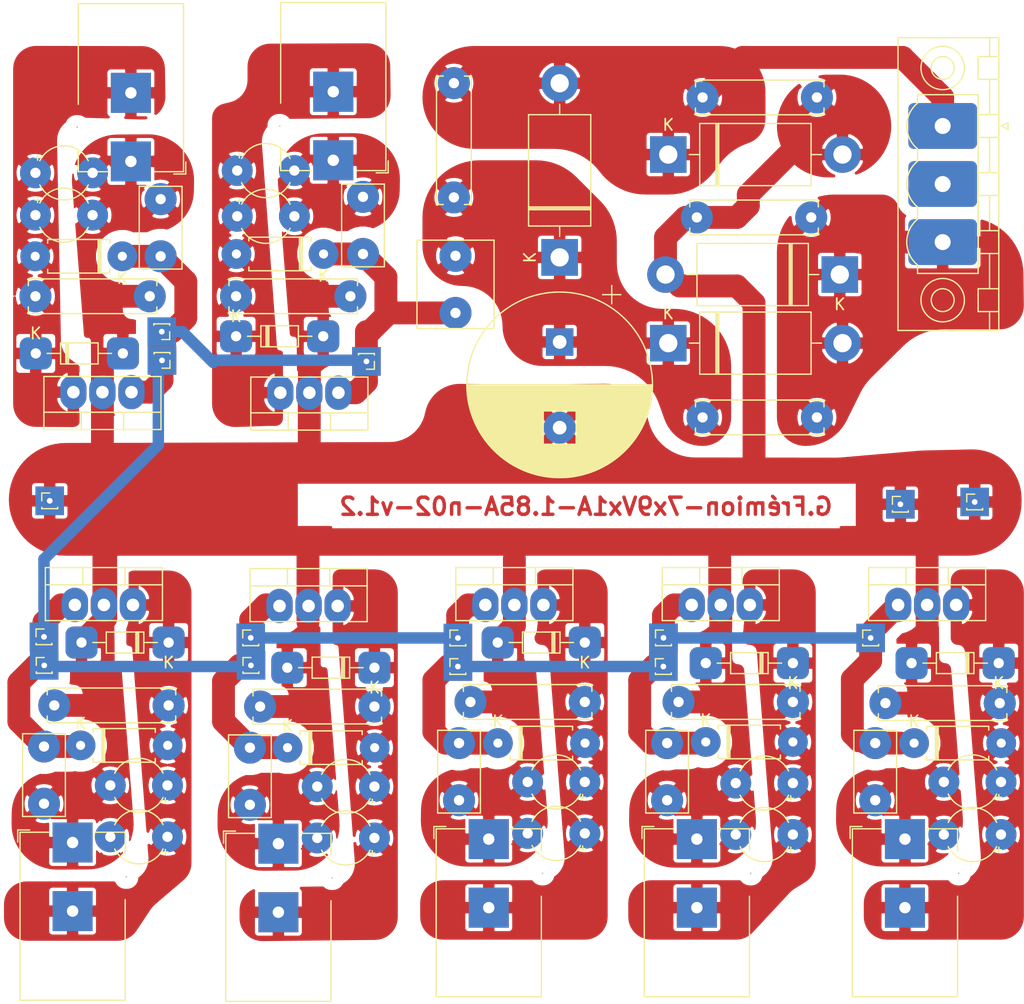
<source format=kicad_pcb>
(kicad_pcb (version 20171130) (host pcbnew 5.99.0+really5.1.12+dfsg1-1)
  (layers (0 F.Cu signal) (31 B.Cu signal) (34 B.Paste user hide) (35 F.Paste user hide) (36 B.SilkS user hide) (37 F.SilkS user hide) (38 B.Mask user hide) (39 F.Mask user hide) (44 Edge.Cuts user hide))
  (net 0 "")
  (net 1 "Net-(C1-Pad1)")
  (net 2 GND)
  (net 3 "Net-(C2-Pad1)")
  (net 4 "Net-(C25-Pad1)")
  (net 5 "Net-(C26-Pad1)")
  (net 6 "Net-(C27-Pad1)")
  (net 7 "Net-(C10-Pad1)")
  (net 8 "Net-(C12-Pad1)")
  (net 9 "Net-(C14-Pad1)")
  (net 10 "Net-(C34-Pad1)")
  (net 11 "Net-(C35-Pad2)")
  (net 12 "Net-(C36-Pad2)")
  (net 13 "Net-(J11-Pad2)")
  (module Connector_PinHeader_1.00mm:PinHeader_1x01_P1.00mm_Vertical (layer F.Cu) (at 81.6 91.2)
    (fp_text reference REF** hide)
    (fp_text value PinHeader_1x01_P1.00mm_Vertical hide)
    (pad 1 thru_hole rect (at 0 0) (size 2.5 2.5) (drill 0.5) (layers *.Cu *.Mask) (net 2 GND))
  )
  (module Capacitor_THT:CP_Radial_Tantal_D4.5mm_P5.00mm (layer F.Cu) (at 128.4 115.8 180)
    (fp_text reference C13 hide)
    (fp_text value 33µF)
    (pad 2 thru_hole circle (at 5 0 180) (size 2.7 2.7) (drill 0.9) (layers *.Cu *.Mask) (net 2 GND))
    (pad 1 thru_hole circle (at 0 0 180) (size 2.7 2.7) (drill 0.9) (layers *.Cu *.Mask) (net 8 "Net-(C12-Pad1)"))
  )
  (module Capacitor_THT:CP_Radial_Tantal_D4.5mm_P5.00mm (layer F.Cu) (at 146.6 115.9 180)
    (fp_text reference C30 hide)
    (fp_text value 33µF)
    (pad 2 thru_hole circle (at 5 0 180) (size 2.7 2.7) (drill 0.9) (layers *.Cu *.Mask) (net 2 GND))
    (pad 1 thru_hole circle (at 0 0 180) (size 2.7 2.7) (drill 0.9) (layers *.Cu *.Mask) (net 9 "Net-(C14-Pad1)"))
  )
  (module Diode_THT:D_DO-34_SOD68_P7.62mm_Horizontal (layer F.Cu) (at 164.6 105.4 180)
    (fp_text reference D9 hide)
    (fp_text value SA10A)
    (fp_text user K (at 0 -1.75) (layer F.SilkS))
    (pad 1 thru_hole roundrect (at 0 0 180) (size 2.8 2.8) (drill 0.9) (layers *.Cu *.Mask) (net 3 "Net-(C2-Pad1)"))
    (pad 2 thru_hole roundrect (at 7.62 0 180) (size 2.8 2.8) (drill 0.9) (layers *.Cu *.Mask) (net 2 GND))
  )
  (module Diode_THT:D_DO-34_SOD68_P7.62mm_Horizontal (layer F.Cu) (at 128.4 103.6 180)
    (fp_text reference D8 hide)
    (fp_text value D_DO-34_SOD68_P7.62mm_Horizontal hide)
    (fp_text user K (at 0 -1.75) (layer F.SilkS))
    (pad 1 thru_hole roundrect (at 0 0 180) (size 2.8 2.8) (drill 0.9) (layers *.Cu *.Mask) (net 8 "Net-(C12-Pad1)"))
    (pad 2 thru_hole roundrect (at 7.62 0 180) (size 2.8 2.8) (drill 0.9) (layers *.Cu *.Mask) (net 2 GND))
  )
  (module Diode_THT:D_DO-34_SOD68_P7.62mm_Horizontal (layer F.Cu) (at 146.6 105.4 180)
    (fp_text reference D10 hide)
    (fp_text value D_DO-34_SOD68_P7.62mm_Horizontal hide)
    (fp_text user K (at 0 -1.75) (layer F.SilkS))
    (pad 1 thru_hole roundrect (at 0 0 180) (size 2.8 2.8) (drill 0.9) (layers *.Cu *.Mask) (net 9 "Net-(C14-Pad1)"))
    (pad 2 thru_hole roundrect (at 7.62 0 180) (size 2.8 2.8) (drill 0.9) (layers *.Cu *.Mask) (net 2 GND))
  )
  (module Diode_THT:D_DO-34_SOD68_P7.62mm_Horizontal (layer F.Cu) (at 110 105.8 180)
    (fp_text reference D13 hide)
    (fp_text value D_DO-34_SOD68_P7.62mm_Horizontal hide)
    (fp_text user K (at 0 -1.75) (layer F.SilkS))
    (pad 1 thru_hole roundrect (at 0 0 180) (size 2.8 2.8) (drill 0.9) (layers *.Cu *.Mask) (net 7 "Net-(C10-Pad1)"))
    (pad 2 thru_hole roundrect (at 7.62 0 180) (size 2.8 2.8) (drill 0.9) (layers *.Cu *.Mask) (net 2 GND))
  )
  (module Diode_THT:D_DO-34_SOD68_P7.62mm_Horizontal (layer F.Cu) (at 92 103.6 180)
    (fp_text reference D12 hide)
    (fp_text value D_DO-34_SOD68_P7.62mm_Horizontal hide)
    (fp_text user K (at 0 -1.75) (layer F.SilkS))
    (pad 1 thru_hole roundrect (at 0 0 180) (size 2.8 2.8) (drill 0.9) (layers *.Cu *.Mask) (net 5 "Net-(C26-Pad1)"))
    (pad 2 thru_hole roundrect (at 7.62 0 180) (size 2.8 2.8) (drill 0.9) (layers *.Cu *.Mask) (net 2 GND))
  )
  (module Diode_THT:D_DO-34_SOD68_P7.62mm_Horizontal (layer F.Cu) (at 80.38 78.3)
    (fp_text reference D11 hide)
    (fp_text value D_DO-34_SOD68_P7.62mm_Horizontal hide)
    (fp_text user K (at 0 -1.75) (layer F.SilkS))
    (pad 1 thru_hole roundrect (at 0 0) (size 2.8 2.8) (drill 0.9) (layers *.Cu *.Mask) (net 4 "Net-(C25-Pad1)"))
    (pad 2 thru_hole roundrect (at 7.62 0) (size 2.8 2.8) (drill 0.9) (layers *.Cu *.Mask) (net 2 GND))
  )
  (module Diode_THT:D_DO-34_SOD68_P7.62mm_Horizontal (layer F.Cu) (at 97.9 76.8)
    (fp_text reference D18 hide)
    (fp_text value D_DO-34_SOD68_P7.62mm_Horizontal hide)
    (fp_text user K (at 0 -1.75) (layer F.SilkS))
    (pad 2 thru_hole roundrect (at 7.62 0) (size 2.8 2.8) (drill 0.9) (layers *.Cu *.Mask) (net 2 GND))
    (pad 1 thru_hole roundrect (at 0 0) (size 2.8 2.8) (drill 0.9) (layers *.Cu *.Mask) (net 6 "Net-(C27-Pad1)"))
  )
  (module Connector_PinHeader_1.00mm:PinHeader_1x01_P1.00mm_Vertical (layer F.Cu) (at 81.1 103.1)
    (fp_text reference REF** hide)
    (fp_text value PinHeader_1x01_P1.00mm_Vertical hide)
    (pad 1 thru_hole rect (at 0 0) (size 2.5 2.5) (drill 0.5) (layers *.Cu *.Mask) (net 1 "Net-(C1-Pad1)"))
  )
  (module Connector_PinHeader_1.00mm:PinHeader_1x01_P1.00mm_Vertical (layer F.Cu) (at 91.42 78.91 180)
    (fp_text reference REF** hide)
    (fp_text value PinHeader_1x01_P1.00mm_Vertical hide)
    (pad 1 thru_hole rect (at 0 0 180) (size 2.5 2.5) (drill 0.5) (layers *.Cu *.Mask) (net 1 "Net-(C1-Pad1)"))
  )
  (module Connector_PinHeader_1.00mm:PinHeader_1x01_P1.00mm_Vertical (layer F.Cu) (at 91.4 76.4 180)
    (fp_text reference REF** hide)
    (fp_text value PinHeader_1x01_P1.00mm_Vertical hide)
    (pad 1 thru_hole rect (at 0 0 180) (size 2.5 2.5) (drill 0.5) (layers *.Cu *.Mask) (net 1 "Net-(C1-Pad1)"))
  )
  (module Connector_PinHeader_1.00mm:PinHeader_1x01_P1.00mm_Vertical (layer F.Cu) (at 81.12 105.6)
    (fp_text reference REF** hide)
    (fp_text value PinHeader_1x01_P1.00mm_Vertical hide)
    (pad 1 thru_hole rect (at 0 0) (size 2.5 2.5) (drill 0.5) (layers *.Cu *.Mask) (net 1 "Net-(C1-Pad1)"))
  )
  (module Connector_PinHeader_1.00mm:PinHeader_1x01_P1.00mm_Vertical (layer F.Cu) (at 153.4 103.2)
    (fp_text reference REF** hide)
    (fp_text value PinHeader_1x01_P1.00mm_Vertical hide)
    (pad 1 thru_hole rect (at 0 0) (size 2.5 2.5) (drill 0.5) (layers *.Cu *.Mask) (net 1 "Net-(C1-Pad1)"))
  )
  (module Connector_PinHeader_1.00mm:PinHeader_1x01_P1.00mm_Vertical (layer F.Cu) (at 135.27 105.7)
    (fp_text reference REF** hide)
    (fp_text value PinHeader_1x01_P1.00mm_Vertical hide)
    (pad 1 thru_hole rect (at 0 0) (size 2.5 2.5) (drill 0.5) (layers *.Cu *.Mask) (net 1 "Net-(C1-Pad1)"))
  )
  (module Connector_PinHeader_1.00mm:PinHeader_1x01_P1.00mm_Vertical (layer F.Cu) (at 117.3 105.7)
    (fp_text reference REF** hide)
    (fp_text value PinHeader_1x01_P1.00mm_Vertical hide)
    (pad 1 thru_hole rect (at 0 0) (size 2.5 2.5) (drill 0.5) (layers *.Cu *.Mask) (net 1 "Net-(C1-Pad1)"))
  )
  (module Connector_PinHeader_1.00mm:PinHeader_1x01_P1.00mm_Vertical (layer F.Cu) (at 99.2 105.6)
    (fp_text reference REF** hide)
    (fp_text value PinHeader_1x01_P1.00mm_Vertical hide)
    (pad 1 thru_hole rect (at 0 0) (size 2.5 2.5) (drill 0.5) (layers *.Cu *.Mask) (net 1 "Net-(C1-Pad1)"))
  )
  (module Connector_PinHeader_1.00mm:PinHeader_1x01_P1.00mm_Vertical (layer F.Cu) (at 109.3 79 180)
    (fp_text reference REF** hide)
    (fp_text value PinHeader_1x01_P1.00mm_Vertical hide)
    (pad 1 thru_hole rect (at 0 0 180) (size 2.5 2.5) (drill 0.5) (layers *.Cu *.Mask) (net 1 "Net-(C1-Pad1)"))
  )
  (module Connector_PinHeader_1.00mm:PinHeader_1x01_P1.00mm_Vertical (layer F.Cu) (at 99.18 103.19)
    (fp_text reference REF** hide)
    (fp_text value PinHeader_1x01_P1.00mm_Vertical hide)
    (pad 1 thru_hole rect (at 0 0) (size 2.5 2.5) (drill 0.5) (layers *.Cu *.Mask) (net 1 "Net-(C1-Pad1)"))
  )
  (module Connector_PinHeader_1.00mm:PinHeader_1x01_P1.00mm_Vertical (layer F.Cu) (at 117.3 103.2)
    (fp_text reference REF** hide)
    (fp_text value PinHeader_1x01_P1.00mm_Vertical hide)
    (pad 1 thru_hole rect (at 0 0) (size 2.5 2.5) (drill 0.5) (layers *.Cu *.Mask) (net 1 "Net-(C1-Pad1)"))
  )
  (module Connector_PinHeader_1.00mm:PinHeader_1x01_P1.00mm_Vertical (layer F.Cu) (at 135.28 103.19)
    (fp_text reference REF** hide)
    (fp_text value PinHeader_1x01_P1.00mm_Vertical hide)
    (pad 1 thru_hole rect (at 0 0) (size 2.5 2.5) (drill 0.5) (layers *.Cu *.Mask) (net 1 "Net-(C1-Pad1)"))
  )
  (module Connector_PinHeader_1.00mm:PinHeader_1x01_P1.00mm_Vertical (layer F.Cu) (at 162.5 91.3)
    (fp_text reference REF** hide)
    (fp_text value PinHeader_1x01_P1.00mm_Vertical hide)
    (pad 1 thru_hole rect (at 0 0) (size 2.5 2.5) (drill 0.5) (layers *.Cu *.Mask) (net 2 GND))
  )
  (module Connector_PinHeader_1.00mm:PinHeader_1x01_P1.00mm_Vertical (layer F.Cu) (at 156 91.5)
    (fp_text reference REF** hide)
    (fp_text value PinHeader_1x01_P1.00mm_Vertical hide)
    (pad 1 thru_hole rect (at 0 0) (size 2.5 2.5) (drill 0.5) (layers *.Cu *.Mask) (net 2 GND))
  )
  (module Capacitor_THT:CP_Radial_Tantal_D4.5mm_P5.00mm (layer F.Cu) (at 128.4 120.3 180)
    (fp_text reference C13 hide)
    (fp_text value 33µF)
    (pad 1 thru_hole circle (at 0 0 180) (size 2.7 2.7) (drill 0.9) (layers *.Cu *.Mask) (net 8 "Net-(C12-Pad1)"))
    (pad 2 thru_hole circle (at 5 0 180) (size 2.7 2.7) (drill 0.9) (layers *.Cu *.Mask) (net 2 GND))
  )
  (module Capacitor_THT:CP_Radial_Tantal_D4.5mm_P5.00mm (layer F.Cu) (at 146.6 120.4 180)
    (fp_text reference C30 hide)
    (fp_text value 33µF)
    (pad 1 thru_hole circle (at 0 0 180) (size 2.7 2.7) (drill 0.9) (layers *.Cu *.Mask) (net 9 "Net-(C14-Pad1)"))
    (pad 2 thru_hole circle (at 5 0 180) (size 2.7 2.7) (drill 0.9) (layers *.Cu *.Mask) (net 2 GND))
  )
  (module Diode_THT:D_DO-201AD_P15.24mm_Horizontal (layer F.Cu) (at 135.7 60.9)
    (fp_text reference D14 hide)
    (fp_text value D_Schottky hide)
    (fp_text user K (at 0 -2.6) (layer F.SilkS))
    (pad 2 thru_hole oval (at 15.24 0) (size 3.2 3.2) (drill 1.6) (layers *.Cu *.Mask) (net 2 GND))
    (pad 1 thru_hole rect (at 0 0) (size 3.2 3.2) (drill 1.6) (layers *.Cu *.Mask) (net 12 "Net-(C36-Pad2)"))
  )
  (module Diode_THT:D_DO-201AD_P15.24mm_Horizontal (layer F.Cu) (at 150.7 71.4 180)
    (fp_text reference D15 hide)
    (fp_text value D_Schottky hide)
    (fp_text user K (at 0 -2.6) (layer F.SilkS))
    (pad 2 thru_hole oval (at 15.24 0 180) (size 3.2 3.2) (drill 1.6) (layers *.Cu *.Mask) (net 2 GND))
    (pad 1 thru_hole rect (at 0 0 180) (size 3.2 3.2) (drill 1.6) (layers *.Cu *.Mask) (net 11 "Net-(C35-Pad2)"))
  )
  (module Diode_THT:D_DO-201AD_P15.24mm_Horizontal (layer F.Cu) (at 135.7 77.4)
    (fp_text reference D16 hide)
    (fp_text value D_Schottky hide)
    (fp_text user K (at 0 -2.6) (layer F.SilkS))
    (pad 2 thru_hole oval (at 15.24 0) (size 3.2 3.2) (drill 1.6) (layers *.Cu *.Mask) (net 11 "Net-(C35-Pad2)"))
    (pad 1 thru_hole rect (at 0 0) (size 3.2 3.2) (drill 1.6) (layers *.Cu *.Mask) (net 10 "Net-(C34-Pad1)"))
  )
  (module Diode_THT:D_DO-201AD_P15.24mm_Horizontal (layer F.Cu) (at 126.2 69.9 90)
    (fp_text reference D17 hide)
    (fp_text value D_Schottky hide)
    (fp_text user K (at 0 -2.6 90) (layer F.SilkS))
    (pad 2 thru_hole oval (at 15.24 0 90) (size 3.2 3.2) (drill 1.6) (layers *.Cu *.Mask) (net 12 "Net-(C36-Pad2)"))
    (pad 1 thru_hole rect (at 0 0 90) (size 3.2 3.2) (drill 1.6) (layers *.Cu *.Mask) (net 10 "Net-(C34-Pad1)"))
  )
  (module Connector_Phoenix_MSTB:PhoenixContact_MSTBV_2,5_3-GF-5,08_1x03_P5.08mm_Vertical_ThreadedFlange (layer F.Cu) (at 159.7 58.4 270)
    (fp_text reference J11 hide)
    (fp_text value Conn_01x03_Male hide)
    (pad 3 thru_hole roundrect (at 10.16 0 270) (size 4 6) (drill 1.4) (layers *.Cu *.Mask) (roundrect_rratio 0.12) (net 11 "Net-(C35-Pad2)"))
    (pad 2 thru_hole roundrect (at 5.08 0 270) (size 4 6) (drill 1.4) (layers *.Cu *.Mask) (roundrect_rratio 0.12) (net 13 "Net-(J11-Pad2)"))
    (pad 1 thru_hole roundrect (at 0 0 270) (size 4 6) (drill 1.4) (layers *.Cu *.Mask) (roundrect_rratio 0.12) (net 12 "Net-(C36-Pad2)"))
  )
  (module Capacitor_THT:CP_Radial_Tantal_D4.5mm_P5.00mm (layer F.Cu) (at 98 62.3)
    (fp_text reference C27 hide)
    (fp_text value 33µF)
    (pad 1 thru_hole circle (at 0 0) (size 2.7 2.7) (drill 0.9) (layers *.Cu *.Mask) (net 6 "Net-(C27-Pad1)"))
    (pad 2 thru_hole circle (at 5 0) (size 2.7 2.7) (drill 0.9) (layers *.Cu *.Mask) (net 2 GND))
  )
  (module Capacitor_THT:CP_Radial_Tantal_D4.5mm_P5.00mm (layer F.Cu) (at 80.35 62.5)
    (fp_text reference C25 hide)
    (fp_text value 33µF)
    (pad 1 thru_hole circle (at 0 0) (size 2.7 2.7) (drill 0.9) (layers *.Cu *.Mask) (net 4 "Net-(C25-Pad1)"))
    (pad 2 thru_hole circle (at 5 0) (size 2.7 2.7) (drill 0.9) (layers *.Cu *.Mask) (net 2 GND))
  )
  (module Capacitor_THT:CP_Radial_Tantal_D4.5mm_P5.00mm (layer F.Cu) (at 91.9 116.1 180)
    (fp_text reference C26 hide)
    (fp_text value 33µF)
    (pad 2 thru_hole circle (at 5 0 180) (size 2.7 2.7) (drill 0.9) (layers *.Cu *.Mask) (net 2 GND))
    (pad 1 thru_hole circle (at 0 0 180) (size 2.7 2.7) (drill 0.9) (layers *.Cu *.Mask) (net 5 "Net-(C26-Pad1)"))
  )
  (module Capacitor_THT:CP_Radial_Tantal_D4.5mm_P5.00mm (layer F.Cu) (at 110 116.2 180)
    (fp_text reference C28 hide)
    (fp_text value 33µF)
    (pad 2 thru_hole circle (at 5 0 180) (size 2.7 2.7) (drill 0.9) (layers *.Cu *.Mask) (net 2 GND))
    (pad 1 thru_hole circle (at 0 0 180) (size 2.7 2.7) (drill 0.9) (layers *.Cu *.Mask) (net 7 "Net-(C10-Pad1)"))
  )
  (module Capacitor_THT:CP_Radial_Tantal_D4.5mm_P5.00mm (layer F.Cu) (at 164.8 120.4 180)
    (fp_text reference C24 hide)
    (fp_text value 33µF)
    (pad 2 thru_hole circle (at 5 0 180) (size 2.7 2.7) (drill 0.9) (layers *.Cu *.Mask) (net 2 GND))
    (pad 1 thru_hole circle (at 0 0 180) (size 2.7 2.7) (drill 0.9) (layers *.Cu *.Mask) (net 3 "Net-(C2-Pad1)"))
  )
  (module Capacitor_THT:CP_Radial_Tantal_D4.5mm_P5.00mm (layer F.Cu) (at 91.9 120.6 180)
    (fp_text reference C26 hide)
    (fp_text value 33µF)
    (pad 1 thru_hole circle (at 0 0 180) (size 2.7 2.7) (drill 0.9) (layers *.Cu *.Mask) (net 5 "Net-(C26-Pad1)"))
    (pad 2 thru_hole circle (at 5 0 180) (size 2.7 2.7) (drill 0.9) (layers *.Cu *.Mask) (net 2 GND))
  )
  (module Capacitor_THT:C_Rect_L7.0mm_W3.5mm_P5.00mm (layer F.Cu) (at 81.1 112.7 270)
    (fp_text reference C5 hide)
    (fp_text value 0.33µF)
    (pad 2 thru_hole circle (at 5 0 270) (size 2.8 2.8) (drill 0.9) (layers *.Cu *.Mask) (net 2 GND))
    (pad 1 thru_hole circle (at 0 0 270) (size 2.8 2.8) (drill 0.9) (layers *.Cu *.Mask) (net 1 "Net-(C1-Pad1)"))
  )
  (module Connector_BarrelJack:BarrelJack_Horizontal (layer F.Cu) (at 88.7 61.5 270)
    (fp_text reference J2 hide)
    (fp_text value Barrel_Jack)
    (pad 1 thru_hole rect (at 0 0 270) (size 3.5 3.5) (drill 1) (layers *.Cu *.Mask) (net 2 GND))
    (pad 2 thru_hole rect (at -6 0 270) (size 3.5 3.5) (drill 1) (layers *.Cu *.Mask) (net 4 "Net-(C25-Pad1)"))
    (pad 3 thru_hole rect (at -3 4.7 270) (size 0.1 0.1) (drill 0.09) (layers *.Cu))
  )
  (module Connector_BarrelJack:BarrelJack_Horizontal (layer F.Cu) (at 83.6 121.1 90)
    (fp_text reference J3 hide)
    (fp_text value Barrel_Jack)
    (pad 1 thru_hole rect (at 0 0 90) (size 3.5 3.5) (drill 1) (layers *.Cu *.Mask) (net 2 GND))
    (pad 2 thru_hole rect (at -6 0 90) (size 3.5 3.5) (drill 1) (layers *.Cu *.Mask) (net 5 "Net-(C26-Pad1)"))
    (pad 3 thru_hole rect (at -3 4.7 90) (size 0.1 0.1) (drill 0.09) (layers *.Cu))
  )
  (module Diode_THT:D_A-405_P7.62mm_Horizontal (layer F.Cu) (at 87.95 69.8 180)
    (fp_text reference D2 hide)
    (fp_text value 1N4007)
    (fp_text user K (at 0 -1.9) (layer F.SilkS))
    (pad 2 thru_hole circle (at 7.62 0 180) (size 2.6 2.6) (drill 0.8) (layers *.Cu *.Mask) (net 4 "Net-(C25-Pad1)"))
    (pad 1 thru_hole circle (at 0 0 180) (size 2.6 2.6) (drill 0.8) (layers *.Cu *.Mask) (net 1 "Net-(C1-Pad1)"))
  )
  (module Diode_THT:D_A-405_P7.62mm_Horizontal (layer F.Cu) (at 84.3 112.6)
    (fp_text reference D3 hide)
    (fp_text value 1N4007)
    (fp_text user K (at 0 -1.9) (layer F.SilkS))
    (pad 1 thru_hole circle (at 0 0) (size 2.6 2.6) (drill 0.8) (layers *.Cu *.Mask) (net 1 "Net-(C1-Pad1)"))
    (pad 2 thru_hole circle (at 7.62 0) (size 2.6 2.6) (drill 0.8) (layers *.Cu *.Mask) (net 5 "Net-(C26-Pad1)"))
  )
  (module Capacitor_THT:C_Rect_L11.0mm_W2.8mm_P10.00mm_MKT (layer F.Cu) (at 80.35 73.3)
    (fp_text reference C4 hide)
    (fp_text value 0.1µF)
    (pad 2 thru_hole circle (at 10 0) (size 2.8 2.8) (drill 0.9) (layers *.Cu *.Mask) (net 2 GND))
    (pad 1 thru_hole circle (at 0 0) (size 2.8 2.8) (drill 0.9) (layers *.Cu *.Mask) (net 4 "Net-(C25-Pad1)"))
  )
  (module Capacitor_THT:C_Rect_L11.0mm_W2.8mm_P10.00mm_MKT (layer F.Cu) (at 92 109.1 180)
    (fp_text reference C6 hide)
    (fp_text value 0.1µF)
    (pad 2 thru_hole circle (at 10 0 180) (size 2.8 2.8) (drill 0.9) (layers *.Cu *.Mask) (net 2 GND))
    (pad 1 thru_hole circle (at 0 0 180) (size 2.8 2.8) (drill 0.9) (layers *.Cu *.Mask) (net 5 "Net-(C26-Pad1)"))
  )
  (module Capacitor_THT:CP_Radial_Tantal_D4.5mm_P5.00mm (layer F.Cu) (at 80.35 66.2)
    (fp_text reference C25 hide)
    (fp_text value 33µF)
    (pad 2 thru_hole circle (at 5 0) (size 2.7 2.7) (drill 0.9) (layers *.Cu *.Mask) (net 2 GND))
    (pad 1 thru_hole circle (at 0 0) (size 2.7 2.7) (drill 0.9) (layers *.Cu *.Mask) (net 4 "Net-(C25-Pad1)"))
  )
  (module Capacitor_THT:C_Rect_L7.0mm_W3.5mm_P5.00mm (layer F.Cu) (at 91.3 69.8 90)
    (fp_text reference C3 hide)
    (fp_text value 0.33µF)
    (pad 1 thru_hole circle (at 0 0 90) (size 2.8 2.8) (drill 0.9) (layers *.Cu *.Mask) (net 1 "Net-(C1-Pad1)"))
    (pad 2 thru_hole circle (at 5 0 90) (size 2.8 2.8) (drill 0.9) (layers *.Cu *.Mask) (net 2 GND))
  )
  (module Capacitor_THT:C_Rect_L7.0mm_W3.5mm_P5.00mm (layer F.Cu) (at 153.8 112.4 270)
    (fp_text reference C1 hide)
    (fp_text value 0.33µF)
    (pad 1 thru_hole circle (at 0 0 270) (size 2.8 2.8) (drill 0.9) (layers *.Cu *.Mask) (net 1 "Net-(C1-Pad1)"))
    (pad 2 thru_hole circle (at 5 0 270) (size 2.8 2.8) (drill 0.9) (layers *.Cu *.Mask) (net 2 GND))
  )
  (module Capacitor_THT:C_Rect_L7.0mm_W3.5mm_P5.00mm (layer F.Cu) (at 109 69.6 90)
    (fp_text reference C7 hide)
    (fp_text value 0.33µF)
    (pad 2 thru_hole circle (at 5 0 90) (size 2.8 2.8) (drill 0.9) (layers *.Cu *.Mask) (net 2 GND))
    (pad 1 thru_hole circle (at 0 0 90) (size 2.8 2.8) (drill 0.9) (layers *.Cu *.Mask) (net 1 "Net-(C1-Pad1)"))
  )
  (module Capacitor_THT:C_Rect_L7.0mm_W3.5mm_P5.00mm (layer F.Cu) (at 99.11 112.8 270)
    (fp_text reference C9 hide)
    (fp_text value 0.33µF)
    (pad 1 thru_hole circle (at 0 0 270) (size 2.8 2.8) (drill 0.9) (layers *.Cu *.Mask) (net 1 "Net-(C1-Pad1)"))
    (pad 2 thru_hole circle (at 5 0 270) (size 2.8 2.8) (drill 0.9) (layers *.Cu *.Mask) (net 2 GND))
  )
  (module Capacitor_THT:C_Rect_L7.0mm_W3.5mm_P5.00mm (layer F.Cu) (at 117.4 112.4 270)
    (fp_text reference C11 hide)
    (fp_text value 0.33µF)
    (pad 2 thru_hole circle (at 5 0 270) (size 2.8 2.8) (drill 0.9) (layers *.Cu *.Mask) (net 2 GND))
    (pad 1 thru_hole circle (at 0 0 270) (size 2.8 2.8) (drill 0.9) (layers *.Cu *.Mask) (net 1 "Net-(C1-Pad1)"))
  )
  (module Capacitor_THT:C_Rect_L7.0mm_W3.5mm_P5.00mm (layer F.Cu) (at 135.6 112.4 270)
    (fp_text reference C14 hide)
    (fp_text value 0.33µF)
    (pad 1 thru_hole circle (at 0 0 270) (size 2.8 2.8) (drill 0.9) (layers *.Cu *.Mask) (net 1 "Net-(C1-Pad1)"))
    (pad 2 thru_hole circle (at 5 0 270) (size 2.8 2.8) (drill 0.9) (layers *.Cu *.Mask) (net 2 GND))
  )
  (module Capacitor_THT:CP_Radial_Tantal_D4.5mm_P5.00mm (layer F.Cu) (at 164.8 115.8 180)
    (fp_text reference C24 hide)
    (fp_text value 33µF)
    (pad 1 thru_hole circle (at 0 0 180) (size 2.7 2.7) (drill 0.9) (layers *.Cu *.Mask) (net 3 "Net-(C2-Pad1)"))
    (pad 2 thru_hole circle (at 5 0 180) (size 2.7 2.7) (drill 0.9) (layers *.Cu *.Mask) (net 2 GND))
  )
  (module Capacitor_THT:CP_Radial_Tantal_D4.5mm_P5.00mm (layer F.Cu) (at 98 66.3)
    (fp_text reference C27 hide)
    (fp_text value 33µF)
    (pad 2 thru_hole circle (at 5 0) (size 2.7 2.7) (drill 0.9) (layers *.Cu *.Mask) (net 2 GND))
    (pad 1 thru_hole circle (at 0 0) (size 2.7 2.7) (drill 0.9) (layers *.Cu *.Mask) (net 6 "Net-(C27-Pad1)"))
  )
  (module Capacitor_THT:CP_Radial_Tantal_D4.5mm_P5.00mm (layer F.Cu) (at 110 120.7 180)
    (fp_text reference C28 hide)
    (fp_text value 33µF)
    (pad 2 thru_hole circle (at 5 0 180) (size 2.7 2.7) (drill 0.9) (layers *.Cu *.Mask) (net 2 GND))
    (pad 1 thru_hole circle (at 0 0 180) (size 2.7 2.7) (drill 0.9) (layers *.Cu *.Mask) (net 7 "Net-(C10-Pad1)"))
  )
  (module Capacitor_THT:CP_Radial_D16.0mm_P7.50mm (layer F.Cu) (at 126.2 77.3 270)
    (fp_text reference C34 hide)
    (fp_text value 2200µF)
    (pad 1 thru_hole rect (at 0 0 270) (size 2.4 2.4) (drill 1.2) (layers *.Cu *.Mask) (net 10 "Net-(C34-Pad1)"))
    (pad 2 thru_hole circle (at 7.5 0 270) (size 2.8 2.8) (drill 1.2) (layers *.Cu *.Mask) (net 2 GND))
  )
  (module Package_TO_SOT_THT:TO-220-3_Vertical (layer F.Cu) (at 155.8 100.31)
    (fp_text reference U1 hide)
    (fp_text value L7809)
    (pad 3 thru_hole oval (at 5.08 0) (size 2.3 3) (drill 1.1) (layers *.Cu *.Mask) (net 3 "Net-(C2-Pad1)") (clearance 0.001))
    (pad 2 thru_hole oval (at 2.54 0) (size 2.3 3) (drill 1.1) (layers *.Cu *.Mask) (net 2 GND) (clearance 0.001))
    (pad 1 thru_hole oval (at 0 0) (size 2.3 3) (drill 1.1) (layers *.Cu *.Mask) (net 1 "Net-(C1-Pad1)") (clearance 0.001))
  )
  (module Package_TO_SOT_THT:TO-220-3_Vertical (layer F.Cu) (at 88.75 81.69 180)
    (fp_text reference U2 hide)
    (fp_text value L7809)
    (pad 3 thru_hole oval (at 5.08 0 180) (size 2.3 3) (drill 1.1) (layers *.Cu *.Mask) (net 4 "Net-(C25-Pad1)") (clearance 0.001))
    (pad 2 thru_hole oval (at 2.54 0 180) (size 2.3 3) (drill 1.1) (layers *.Cu *.Mask) (net 2 GND) (clearance 0.001))
    (pad 1 thru_hole oval (at 0 0 180) (size 2.3 3) (drill 1.1) (layers *.Cu *.Mask) (net 1 "Net-(C1-Pad1)") (clearance 0.001))
  )
  (module Package_TO_SOT_THT:TO-220-3_Vertical (layer F.Cu) (at 83.8 100.31)
    (fp_text reference U3 hide)
    (fp_text value L7809)
    (pad 3 thru_hole oval (at 5.08 0) (size 2.3 3) (drill 1.1) (layers *.Cu *.Mask) (net 5 "Net-(C26-Pad1)") (clearance 0.001))
    (pad 2 thru_hole oval (at 2.54 0) (size 2.3 3) (drill 1.1) (layers *.Cu *.Mask) (net 2 GND) (clearance 0.001))
    (pad 1 thru_hole oval (at 0 0) (size 2.3 3) (drill 1.1) (layers *.Cu *.Mask) (net 1 "Net-(C1-Pad1)") (clearance 0.001))
  )
  (module Package_TO_SOT_THT:TO-220-3_Vertical (layer F.Cu) (at 106.85 81.74 180)
    (fp_text reference U4 hide)
    (fp_text value L7809)
    (pad 1 thru_hole oval (at 0 0 180) (size 2.3 3) (drill 1.1) (layers *.Cu *.Mask) (net 1 "Net-(C1-Pad1)") (clearance 0.001))
    (pad 2 thru_hole oval (at 2.54 0 180) (size 2.3 3) (drill 1.1) (layers *.Cu *.Mask) (net 2 GND) (clearance 0.001))
    (pad 3 thru_hole oval (at 5.08 0 180) (size 2.3 3) (drill 1.1) (layers *.Cu *.Mask) (net 6 "Net-(C27-Pad1)") (clearance 0.001))
  )
  (module Package_TO_SOT_THT:TO-220-3_Vertical (layer F.Cu) (at 101.7 100.4)
    (fp_text reference U5 hide)
    (fp_text value L7809)
    (pad 3 thru_hole oval (at 5.08 0) (size 2.3 3) (drill 1.1) (layers *.Cu *.Mask) (net 7 "Net-(C10-Pad1)") (clearance 0.001))
    (pad 2 thru_hole oval (at 2.54 0) (size 2.3 3) (drill 1.1) (layers *.Cu *.Mask) (net 2 GND) (clearance 0.001))
    (pad 1 thru_hole oval (at 0 0) (size 2.3 3) (drill 1.1) (layers *.Cu *.Mask) (net 1 "Net-(C1-Pad1)") (clearance 0.001))
  )
  (module Package_TO_SOT_THT:TO-220-3_Vertical (layer F.Cu) (at 119.7 100.31)
    (fp_text reference U6 hide)
    (fp_text value L7809)
    (pad 3 thru_hole oval (at 5.08 0) (size 2.3 3) (drill 1.1) (layers *.Cu *.Mask) (net 8 "Net-(C12-Pad1)") (clearance 0.001))
    (pad 2 thru_hole oval (at 2.54 0) (size 2.3 3) (drill 1.1) (layers *.Cu *.Mask) (net 2 GND) (clearance 0.001))
    (pad 1 thru_hole oval (at 0 0) (size 2.3 3) (drill 1.1) (layers *.Cu *.Mask) (net 1 "Net-(C1-Pad1)") (clearance 0.001))
  )
  (module Package_TO_SOT_THT:TO-220-3_Vertical (layer F.Cu) (at 137.75 100.31)
    (fp_text reference U7 hide)
    (fp_text value L7809)
    (pad 1 thru_hole oval (at 0 0) (size 2.3 3) (drill 1.1) (layers *.Cu *.Mask) (net 1 "Net-(C1-Pad1)") (clearance 0.001))
    (pad 2 thru_hole oval (at 2.54 0) (size 2.3 3) (drill 1.1) (layers *.Cu *.Mask) (net 2 GND) (clearance 0.001))
    (pad 3 thru_hole oval (at 5.08 0) (size 2.3 3) (drill 1.1) (layers *.Cu *.Mask) (net 9 "Net-(C14-Pad1)") (clearance 0.001))
  )
  (module Capacitor_THT:C_Rect_L7.5mm_W6.5mm_P5.00mm (layer F.Cu) (at 117.09 74.76 90)
    (fp_text reference F1 hide)
    (fp_text value Polyfuse)
    (pad 1 thru_hole circle (at 0 0 90) (size 2.8 2.8) (drill 0.9) (layers *.Cu *.Mask) (net 1 "Net-(C1-Pad1)"))
    (pad 2 thru_hole circle (at 5 0 90) (size 2.8 2.8) (drill 0.9) (layers *.Cu *.Mask) (net 10 "Net-(C34-Pad1)"))
  )
  (module Connector_BarrelJack:BarrelJack_Horizontal (layer F.Cu) (at 156.4 120.8 90)
    (fp_text reference J1 hide)
    (fp_text value Barrel_Jack)
    (pad 3 thru_hole rect (at -3 4.7 90) (size 0.1 0.1) (drill 0.09) (layers *.Cu))
    (pad 2 thru_hole rect (at -6 0 90) (size 3.5 3.5) (drill 1) (layers *.Cu *.Mask) (net 3 "Net-(C2-Pad1)"))
    (pad 1 thru_hole rect (at 0 0 90) (size 3.5 3.5) (drill 1) (layers *.Cu *.Mask) (net 2 GND))
  )
  (module Connector_BarrelJack:BarrelJack_Horizontal (layer F.Cu) (at 106.4 61.4 270)
    (fp_text reference J4 hide)
    (fp_text value Barrel_Jack)
    (pad 3 thru_hole rect (at -3 4.7 270) (size 0.1 0.1) (drill 0.09) (layers *.Cu))
    (pad 2 thru_hole rect (at -6 0 270) (size 3.5 3.5) (drill 1) (layers *.Cu *.Mask) (net 6 "Net-(C27-Pad1)"))
    (pad 1 thru_hole rect (at 0 0 270) (size 3.5 3.5) (drill 1) (layers *.Cu *.Mask) (net 2 GND))
  )
  (module Connector_BarrelJack:BarrelJack_Horizontal (layer F.Cu) (at 101.6 121.2 90)
    (fp_text reference J5 hide)
    (fp_text value Barrel_Jack)
    (pad 1 thru_hole rect (at 0 0 90) (size 3.5 3.5) (drill 1) (layers *.Cu *.Mask) (net 2 GND))
    (pad 2 thru_hole rect (at -6 0 90) (size 3.5 3.5) (drill 1) (layers *.Cu *.Mask) (net 7 "Net-(C10-Pad1)"))
    (pad 3 thru_hole rect (at -3 4.7 90) (size 0.1 0.1) (drill 0.09) (layers *.Cu))
  )
  (module Connector_BarrelJack:BarrelJack_Horizontal (layer F.Cu) (at 120 120.8 90)
    (fp_text reference J6 hide)
    (fp_text value Barrel_Jack)
    (pad 3 thru_hole rect (at -3 4.7 90) (size 0.1 0.1) (drill 0.09) (layers *.Cu))
    (pad 2 thru_hole rect (at -6 0 90) (size 3.5 3.5) (drill 1) (layers *.Cu *.Mask) (net 8 "Net-(C12-Pad1)"))
    (pad 1 thru_hole rect (at 0 0 90) (size 3.5 3.5) (drill 1) (layers *.Cu *.Mask) (net 2 GND))
  )
  (module Connector_BarrelJack:BarrelJack_Horizontal (layer F.Cu) (at 138.2 120.8 90)
    (fp_text reference J7 hide)
    (fp_text value Barrel_Jack)
    (pad 1 thru_hole rect (at 0 0 90) (size 3.5 3.5) (drill 1) (layers *.Cu *.Mask) (net 2 GND))
    (pad 2 thru_hole rect (at -6 0 90) (size 3.5 3.5) (drill 1) (layers *.Cu *.Mask) (net 9 "Net-(C14-Pad1)"))
    (pad 3 thru_hole rect (at -3 4.7 90) (size 0.1 0.1) (drill 0.09) (layers *.Cu))
  )
  (module Diode_THT:D_A-405_P7.62mm_Horizontal (layer F.Cu) (at 157.2 112.4)
    (fp_text reference D1 hide)
    (fp_text value 1N4007)
    (fp_text user K (at 0 -1.9) (layer F.SilkS))
    (pad 1 thru_hole circle (at 0 0) (size 2.6 2.6) (drill 0.8) (layers *.Cu *.Mask) (net 1 "Net-(C1-Pad1)"))
    (pad 2 thru_hole circle (at 7.62 0) (size 2.6 2.6) (drill 0.8) (layers *.Cu *.Mask) (net 3 "Net-(C2-Pad1)"))
  )
  (module Diode_THT:D_A-405_P7.62mm_Horizontal (layer F.Cu) (at 105.55 69.6 180)
    (fp_text reference D4 hide)
    (fp_text value 1N4007)
    (fp_text user K (at 0 -1.9) (layer F.SilkS))
    (pad 2 thru_hole circle (at 7.62 0 180) (size 2.6 2.6) (drill 0.8) (layers *.Cu *.Mask) (net 6 "Net-(C27-Pad1)"))
    (pad 1 thru_hole circle (at 0 0 180) (size 2.6 2.6) (drill 0.8) (layers *.Cu *.Mask) (net 1 "Net-(C1-Pad1)"))
  )
  (module Diode_THT:D_A-405_P7.62mm_Horizontal (layer F.Cu) (at 102.4 112.8)
    (fp_text reference D5 hide)
    (fp_text value 1N4007)
    (fp_text user K (at 0 -1.9) (layer F.SilkS))
    (pad 1 thru_hole circle (at 0 0) (size 2.6 2.6) (drill 0.8) (layers *.Cu *.Mask) (net 1 "Net-(C1-Pad1)"))
    (pad 2 thru_hole circle (at 7.62 0) (size 2.6 2.6) (drill 0.8) (layers *.Cu *.Mask) (net 7 "Net-(C10-Pad1)"))
  )
  (module Diode_THT:D_A-405_P7.62mm_Horizontal (layer F.Cu) (at 120.8 112.4)
    (fp_text reference D6 hide)
    (fp_text value 1N4007)
    (fp_text user K (at 0 -1.9) (layer F.SilkS))
    (pad 2 thru_hole circle (at 7.62 0) (size 2.6 2.6) (drill 0.8) (layers *.Cu *.Mask) (net 8 "Net-(C12-Pad1)"))
    (pad 1 thru_hole circle (at 0 0) (size 2.6 2.6) (drill 0.8) (layers *.Cu *.Mask) (net 1 "Net-(C1-Pad1)"))
  )
  (module Diode_THT:D_A-405_P7.62mm_Horizontal (layer F.Cu) (at 138.98 112.3)
    (fp_text reference D7 hide)
    (fp_text value 1N4007)
    (fp_text user K (at 0 -1.9) (layer F.SilkS))
    (pad 1 thru_hole circle (at 0 0) (size 2.6 2.6) (drill 0.8) (layers *.Cu *.Mask) (net 1 "Net-(C1-Pad1)"))
    (pad 2 thru_hole circle (at 7.62 0) (size 2.6 2.6) (drill 0.8) (layers *.Cu *.Mask) (net 9 "Net-(C14-Pad1)"))
  )
  (module Capacitor_THT:C_Rect_L11.0mm_W2.8mm_P10.00mm_MKT (layer F.Cu) (at 164.693 108.902 180)
    (fp_text reference C2 hide)
    (fp_text value 0.1µF)
    (pad 1 thru_hole circle (at 0 0 180) (size 2.8 2.8) (drill 0.9) (layers *.Cu *.Mask) (net 3 "Net-(C2-Pad1)"))
    (pad 2 thru_hole circle (at 10 0 180) (size 2.8 2.8) (drill 0.9) (layers *.Cu *.Mask) (net 2 GND))
  )
  (module Capacitor_THT:C_Rect_L11.0mm_W2.8mm_P10.00mm_MKT (layer F.Cu) (at 97.9 73.3)
    (fp_text reference C8 hide)
    (fp_text value 0.1µF)
    (pad 2 thru_hole circle (at 10 0) (size 2.8 2.8) (drill 0.9) (layers *.Cu *.Mask) (net 2 GND))
    (pad 1 thru_hole circle (at 0 0) (size 2.8 2.8) (drill 0.9) (layers *.Cu *.Mask) (net 6 "Net-(C27-Pad1)"))
  )
  (module Capacitor_THT:C_Rect_L11.0mm_W2.8mm_P10.00mm_MKT (layer F.Cu) (at 110 109.2 180)
    (fp_text reference C10 hide)
    (fp_text value 0.1µF)
    (pad 1 thru_hole circle (at 0 0 180) (size 2.8 2.8) (drill 0.9) (layers *.Cu *.Mask) (net 7 "Net-(C10-Pad1)"))
    (pad 2 thru_hole circle (at 10 0 180) (size 2.8 2.8) (drill 0.9) (layers *.Cu *.Mask) (net 2 GND))
  )
  (module Capacitor_THT:C_Rect_L11.0mm_W2.8mm_P10.00mm_MKT (layer F.Cu) (at 128.4 108.8 180)
    (fp_text reference C12 hide)
    (fp_text value 0.1µF)
    (pad 1 thru_hole circle (at 0 0 180) (size 2.8 2.8) (drill 0.9) (layers *.Cu *.Mask) (net 8 "Net-(C12-Pad1)"))
    (pad 2 thru_hole circle (at 10 0 180) (size 2.8 2.8) (drill 0.9) (layers *.Cu *.Mask) (net 2 GND))
  )
  (module Capacitor_THT:C_Rect_L11.0mm_W2.8mm_P10.00mm_MKT (layer F.Cu) (at 146.6 108.8 180)
    (fp_text reference C15 hide)
    (fp_text value 0.1µF)
    (pad 1 thru_hole circle (at 0 0 180) (size 2.8 2.8) (drill 0.9) (layers *.Cu *.Mask) (net 9 "Net-(C14-Pad1)"))
    (pad 2 thru_hole circle (at 10 0 180) (size 2.8 2.8) (drill 0.9) (layers *.Cu *.Mask) (net 2 GND))
  )
  (module Capacitor_THT:C_Rect_L11.0mm_W2.8mm_P10.00mm_MKT (layer F.Cu) (at 138.7 83.9)
    (fp_text reference C35 hide)
    (fp_text value 0.1µF)
    (pad 2 thru_hole circle (at 10 0) (size 2.8 2.8) (drill 0.9) (layers *.Cu *.Mask) (net 11 "Net-(C35-Pad2)"))
    (pad 1 thru_hole circle (at 0 0) (size 2.8 2.8) (drill 0.9) (layers *.Cu *.Mask) (net 10 "Net-(C34-Pad1)"))
  )
  (module Capacitor_THT:C_Rect_L11.0mm_W2.8mm_P10.00mm_MKT (layer F.Cu) (at 116.95 64.65 90)
    (fp_text reference C36 hide)
    (fp_text value 0.1µF)
    (pad 1 thru_hole circle (at 0 0 90) (size 2.8 2.8) (drill 0.9) (layers *.Cu *.Mask) (net 10 "Net-(C34-Pad1)"))
    (pad 2 thru_hole circle (at 10 0 90) (size 2.8 2.8) (drill 0.9) (layers *.Cu *.Mask) (net 12 "Net-(C36-Pad2)"))
  )
  (module Capacitor_THT:C_Rect_L11.0mm_W2.8mm_P10.00mm_MKT (layer F.Cu) (at 138.2 66.4)
    (fp_text reference C37 hide)
    (fp_text value 0.1µF)
    (pad 1 thru_hole circle (at 0 0) (size 2.8 2.8) (drill 0.9) (layers *.Cu *.Mask) (net 2 GND))
    (pad 2 thru_hole circle (at 10 0) (size 2.8 2.8) (drill 0.9) (layers *.Cu *.Mask) (net 11 "Net-(C35-Pad2)"))
  )
  (module Capacitor_THT:C_Rect_L11.0mm_W2.8mm_P10.00mm_MKT (layer F.Cu) (at 148.7 55.9 180)
    (fp_text reference C38 hide)
    (fp_text value 0.1µF)
    (pad 2 thru_hole circle (at 10 0 180) (size 2.8 2.8) (drill 0.9) (layers *.Cu *.Mask) (net 12 "Net-(C36-Pad2)"))
    (pad 1 thru_hole circle (at 0 0 180) (size 2.8 2.8) (drill 0.9) (layers *.Cu *.Mask) (net 2 GND))
  )
  (gr_text G.Frémion-7x9Vx1A-1.85A-n02-v1.2 (at 128.5 91.7) (layer F.Cu) (effects (font (size 1.5 1.5) (thickness 0.3)) (justify mirror)))
  (segment (start 153 112.4) (end 152.8 112.2) (width 2) (layer F.Cu) (net 1))
  (segment (start 156 112.4) (end 153 112.4) (width 2) (layer F.Cu) (net 1))
  (segment (start 152.8 112.2) (end 152.4 112.2) (width 2) (layer F.Cu) (net 1))
  (segment (start 152.4 112.2) (end 151.8 111.6) (width 2) (layer F.Cu) (net 1))
  (segment (start 151.8 106.8) (end 153.4 105.2) (width 2) (layer F.Cu) (net 1))
  (segment (start 151.8 111.6) (end 151.8 106.8) (width 2) (layer F.Cu) (net 1))
  (segment (start 153.4 102.71) (end 155.8 100.31) (width 2) (layer F.Cu) (net 1))
  (segment (start 153.4 105.2) (end 153.4 102.71) (width 2) (layer F.Cu) (net 1))
  (segment (start 137.75 100.31) (end 136.19 100.31) (width 2) (layer F.Cu) (net 1))
  (segment (start 135.28 101.22) (end 135.28 103.19) (width 2) (layer F.Cu) (net 1))
  (segment (start 136.19 100.31) (end 135.28 101.22) (width 2) (layer F.Cu) (net 1))
  (segment (start 135.28 105.6) (end 135.27 105.61) (width 2) (layer F.Cu) (net 1))
  (segment (start 135.28 103.19) (end 135.28 105.6) (width 2) (layer F.Cu) (net 1))
  (segment (start 135.27 105.61) (end 134.99 105.61) (width 2) (layer F.Cu) (net 1))
  (segment (start 134.2 112.4) (end 135.6 112.4) (width 2) (layer F.Cu) (net 1))
  (segment (start 133.2 111.4) (end 134.2 112.4) (width 2) (layer F.Cu) (net 1))
  (segment (start 133.2 106.9) (end 133.2 111.4) (width 2) (layer F.Cu) (net 1))
  (segment (start 134.49 105.61) (end 133.2 106.9) (width 2) (layer F.Cu) (net 1))
  (segment (start 135.27 105.61) (end 134.49 105.61) (width 2) (layer F.Cu) (net 1))
  (segment (start 138.88 112.4) (end 138.98 112.3) (width 2) (layer F.Cu) (net 1))
  (segment (start 135.6 112.4) (end 138.88 112.4) (width 2) (layer F.Cu) (net 1))
  (segment (start 120.8 112.4) (end 117.4 112.4) (width 2) (layer F.Cu) (net 1))
  (segment (start 119.7 100.31) (end 119.61 100.4) (width 2) (layer F.Cu) (net 1))
  (segment (start 116.2 112.4) (end 117.6 112.4) (width 2) (layer F.Cu) (net 1))
  (segment (start 117.27 105.61) (end 116.99 105.61) (width 2) (layer F.Cu) (net 1))
  (segment (start 118.19 100.31) (end 117.28 101.22) (width 2) (layer F.Cu) (net 1))
  (segment (start 117.28 101.22) (end 117.28 103.19) (width 2) (layer F.Cu) (net 1))
  (segment (start 115.2 106.9) (end 115.2 111.4) (width 2) (layer F.Cu) (net 1))
  (segment (start 117.6 112.4) (end 120.88 112.4) (width 2) (layer F.Cu) (net 1))
  (segment (start 119.75 100.31) (end 118.19 100.31) (width 2) (layer F.Cu) (net 1))
  (segment (start 116.49 105.61) (end 115.2 106.9) (width 2) (layer F.Cu) (net 1))
  (segment (start 115.2 111.4) (end 116.2 112.4) (width 2) (layer F.Cu) (net 1))
  (segment (start 117.28 103.19) (end 117.28 105.6) (width 2) (layer F.Cu) (net 1))
  (segment (start 101.65 100.31) (end 100.49 100.31) (width 2) (layer F.Cu) (net 1))
  (segment (start 99.18 101.62) (end 99.18 103.19) (width 2) (layer F.Cu) (net 1))
  (segment (start 100.49 100.31) (end 99.18 101.62) (width 2) (layer F.Cu) (net 1))
  (segment (start 99.18 105.58) (end 99.2 105.6) (width 2) (layer F.Cu) (net 1))
  (segment (start 99.18 103.19) (end 99.18 105.58) (width 2) (layer F.Cu) (net 1))
  (segment (start 96.8 110.49) (end 99.11 112.8) (width 2) (layer F.Cu) (net 1))
  (segment (start 96.8 107) (end 96.8 110.49) (width 2) (layer F.Cu) (net 1))
  (segment (start 98.2 105.6) (end 96.8 107) (width 2) (layer F.Cu) (net 1))
  (segment (start 99.2 105.6) (end 98.2 105.6) (width 2) (layer F.Cu) (net 1))
  (segment (start 99.11 112.8) (end 102.4 112.8) (width 2) (layer F.Cu) (net 1))
  (segment (start 83.8 100.31) (end 82.61 100.31) (width 2) (layer F.Cu) (net 1))
  (segment (start 81.1 101.82) (end 81.1 103.1) (width 2) (layer F.Cu) (net 1))
  (segment (start 82.61 100.31) (end 81.1 101.82) (width 2) (layer F.Cu) (net 1))
  (segment (start 81.1 105.58) (end 81.12 105.6) (width 2) (layer F.Cu) (net 1))
  (segment (start 81.1 103.1) (end 81.1 105.58) (width 2) (layer F.Cu) (net 1))
  (segment (start 81.12 105.6) (end 80.4 105.6) (width 2) (layer F.Cu) (net 1))
  (segment (start 80.4 105.6) (end 78.9 107.1) (width 2) (layer F.Cu) (net 1))
  (segment (start 78.9 110.5) (end 81.1 112.7) (width 2) (layer F.Cu) (net 1))
  (segment (start 78.9 107.1) (end 78.9 110.5) (width 2) (layer F.Cu) (net 1))
  (segment (start 84.2 112.7) (end 84.3 112.6) (width 2) (layer F.Cu) (net 1))
  (segment (start 81.1 112.7) (end 84.2 112.7) (width 2) (layer F.Cu) (net 1))
  (segment (start 88.75 81.69) (end 90.39 81.69) (width 2) (layer F.Cu) (net 1))
  (segment (start 91.42 80.66) (end 91.42 78.91) (width 2) (layer F.Cu) (net 1))
  (segment (start 90.39 81.69) (end 91.42 80.66) (width 2) (layer F.Cu) (net 1))
  (segment (start 91.42 76.42) (end 91.4 76.4) (width 2) (layer F.Cu) (net 1))
  (segment (start 91.42 78.91) (end 91.42 76.42) (width 2) (layer F.Cu) (net 1))
  (segment (start 91.4 76.4) (end 92.3 76.4) (width 2) (layer F.Cu) (net 1))
  (segment (start 92.3 76.4) (end 93.5 75.2) (width 2) (layer F.Cu) (net 1))
  (segment (start 93.5 72) (end 91.3 69.8) (width 2) (layer F.Cu) (net 1))
  (segment (start 93.5 75.2) (end 93.5 72) (width 2) (layer F.Cu) (net 1))
  (segment (start 91.3 69.8) (end 87.95 69.8) (width 2) (layer F.Cu) (net 1))
  (segment (start 106.85 81.74) (end 108.36 81.74) (width 2) (layer F.Cu) (net 1))
  (segment (start 109.3 80.8) (end 109.3 79) (width 2) (layer F.Cu) (net 1))
  (segment (start 108.36 81.74) (end 109.3 80.8) (width 2) (layer F.Cu) (net 1))
  (segment (start 109.3 79) (end 109.3 76.4) (width 2) (layer F.Cu) (net 1))
  (segment (start 109.3 76.4) (end 109.6 76.4) (width 2) (layer F.Cu) (net 1))
  (segment (start 111 71.6) (end 109 69.6) (width 2) (layer F.Cu) (net 1))
  (segment (start 109 69.6) (end 105.55 69.6) (width 2) (layer F.Cu) (net 1))
  (segment (start 111 73.7) (end 111 71.6) (width 2) (layer F.Cu) (net 1))
  (segment (start 111 75) (end 111 73.7) (width 2) (layer F.Cu) (net 1))
  (segment (start 135.29 103.2) (end 135.28 103.19) (width 1) (layer B.Cu) (net 1))
  (segment (start 153.4 103.2) (end 135.29 103.2) (width 1) (layer B.Cu) (net 1))
  (segment (start 135.27 105.7) (end 117.3 105.7) (width 1) (layer B.Cu) (net 1))
  (segment (start 99.19 103.2) (end 99.18 103.19) (width 1) (layer B.Cu) (net 1))
  (segment (start 117.3 103.2) (end 99.19 103.2) (width 1) (layer B.Cu) (net 1))
  (segment (start 81.22001 105.70001) (end 81.12 105.6) (width 1) (layer B.Cu) (net 1))
  (segment (start 99.09999 105.70001) (end 81.22001 105.70001) (width 1) (layer B.Cu) (net 1))
  (segment (start 99.2 105.6) (end 99.09999 105.70001) (width 1) (layer B.Cu) (net 1))
  (segment (start 81.1 103.1) (end 81.1 96.3) (width 1) (layer B.Cu) (net 1))
  (segment (start 81.1 96.3) (end 91.1 86.3) (width 1) (layer B.Cu) (net 1))
  (segment (start 91.1 79.23) (end 91.42 78.91) (width 1) (layer B.Cu) (net 1))
  (segment (start 91.1 86.3) (end 91.1 79.23) (width 1) (layer B.Cu) (net 1))
  (segment (start 91.4 76.4) (end 92 76.4) (width 1) (layer B.Cu) (net 1))
  (segment (start 109.20001 78.90001) (end 109.3 79) (width 1) (layer B.Cu) (net 1))
  (segment (start 91.4 76.4) (end 93.2 76.4) (width 1) (layer B.Cu) (net 1))
  (segment (start 95.90001 78.90001) (end 97.49999 78.90001) (width 1) (layer B.Cu) (net 1))
  (segment (start 93.2 76.4) (end 95.90001 79.10001) (width 1) (layer B.Cu) (net 1))
  (segment (start 97.49999 78.90001) (end 109.20001 78.90001) (width 1) (layer B.Cu) (net 1))
  (segment (start 96.49999 78.90001) (end 97.49999 78.90001) (width 1) (layer B.Cu) (net 1))
  (segment (start 111.44 74.56) (end 111 75) (width 2) (layer F.Cu) (net 1))
  (segment (start 117.09 74.76) (end 111.44 74.76) (width 2) (layer F.Cu) (net 1))
  (segment (start 109.6 76.4) (end 111 75) (width 2) (layer F.Cu) (net 1))
  (segment (start 158.34 97.91) (end 158.34 95.91) (width 2) (layer F.Cu) (net 2))
  (segment (start 158.34 100.31) (end 158.34 97.91) (width 2) (layer F.Cu) (net 2))
  (segment (start 140.2 100.31) (end 140.2 95.46) (width 2) (layer F.Cu) (net 2))
  (segment (start 104.3 81.5) (end 104.3 88.42) (width 2) (layer F.Cu) (net 2))
  (segment (start 86.21 81.69) (end 86.21 91.21) (width 2) (layer F.Cu) (net 2))
  (segment (start 86.21 91.21) (end 87 92) (width 2) (layer F.Cu) (net 2))
  (segment (start 158.34 100.31) (end 158.34 102.26) (width 2) (layer F.Cu) (net 2))
  (segment (start 154.693 108.902) (end 158.902 108.902) (width 2) (layer F.Cu) (net 2))
  (segment (start 140.29 100.31) (end 140.29 102.21) (width 2) (layer F.Cu) (net 2))
  (segment (start 136.6 108.8) (end 139.6 108.8) (width 2) (layer F.Cu) (net 2))
  (segment (start 118.4 108.8) (end 122 108.8) (width 2) (layer F.Cu) (net 2))
  (segment (start 100 109.2) (end 103.5 109.2) (width 2) (layer F.Cu) (net 2))
  (segment (start 104.19 95.99) (end 104.19 100.31) (width 2) (layer F.Cu) (net 2))
  (segment (start 104.19 100.31) (end 104.19 101.81) (width 2) (layer F.Cu) (net 2))
  (segment (start 122.24 102.14) (end 120.78 103.6) (width 2) (layer F.Cu) (net 2))
  (segment (start 122.24 96.26) (end 122.24 102.14) (width 2) (layer F.Cu) (net 2))
  (segment (start 86.34 100.31) (end 86.34 94.86) (width 2) (layer F.Cu) (net 2))
  (segment (start 87.34 94.86) (end 87.5 95.02) (width 2) (layer F.Cu) (net 2))
  (segment (start 86.5 101.48) (end 84.38 103.6) (width 2) (layer F.Cu) (net 2))
  (segment (start 86.5 95.02) (end 86.5 101.48) (width 2) (layer F.Cu) (net 2))
  (segment (start 82 109.1) (end 85.8 109.1) (width 2) (layer F.Cu) (net 2))
  (segment (start 90.35 73.3) (end 87 73.3) (width 2) (layer F.Cu) (net 2))
  (segment (start 86.21 81.69) (end 86.21 79.61) (width 2) (layer F.Cu) (net 2))
  (segment (start 104.31 81.74) (end 104.31 79.71) (width 2) (layer F.Cu) (net 2))
  (segment (start 146.2 60.9) (end 142.7 64.4) (width 2) (layer F.Cu) (net 2))
  (segment (start 142.7 64.4) (end 142.7 65.4) (width 2) (layer F.Cu) (net 2))
  (segment (start 141.7 66.4) (end 138.2 66.4) (width 2) (layer F.Cu) (net 2))
  (segment (start 142.7 65.4) (end 141.7 66.4) (width 2) (layer F.Cu) (net 2))
  (segment (start 138.2 66.4) (end 137.2 66.4) (width 2) (layer F.Cu) (net 2))
  (segment (start 135.46 68.14) (end 135.46 71.4) (width 2) (layer F.Cu) (net 2))
  (segment (start 137.2 66.4) (end 135.46 68.14) (width 2) (layer F.Cu) (net 2))
  (segment (start 135.46 71.4) (end 135.7 71.4) (width 2) (layer F.Cu) (net 2))
  (segment (start 135.7 71.4) (end 136.7 72.4) (width 2) (layer F.Cu) (net 2))
  (segment (start 136.7 72.4) (end 141.7 72.4) (width 2) (layer F.Cu) (net 2))
  (segment (start 141.7 72.4) (end 143.2 73.9) (width 2) (layer F.Cu) (net 2))
  (segment (start 143.2 73.9) (end 143.2 88.4) (width 2) (layer F.Cu) (net 2))
  (segment (start 107.9 73.3) (end 104.5 73.3) (width 2) (layer F.Cu) (net 2))
  (segment (start 158.34 95.91) (end 158.34 94.54) (width 2) (layer F.Cu) (net 2))
  (segment (start 104.19 95.99) (end 104.19 94.99) (width 1) (layer F.Cu) (net 2))
  (segment (start 104.19 94.99) (end 103.5 94.3) (width 1) (layer F.Cu) (net 2))
  (segment (start 122.24 96.26) (end 122.24 95.54) (width 1) (layer F.Cu) (net 2))
  (segment (start 122.24 95.54) (end 121.7 95) (width 1) (layer F.Cu) (net 2))
  (segment (start 159.7 68.56) (end 152.36 68.56) (width 2) (layer F.Cu) (net 11))
  (segment (start 159.7 58.4) (end 159.7 55.9) (width 2) (layer F.Cu) (net 12))
  (segment (start 159.7 55.9) (end 156.2 52.4) (width 2) (layer F.Cu) (net 12))
  (segment (start 142.2 52.4) (end 138.7 55.9) (width 2) (layer F.Cu) (net 12))
  (segment (start 156.2 52.4) (end 142.2 52.4) (width 2) (layer F.Cu) (net 12))
  (zone (net 2) (net_name GND) (layer F.Cu) (connect_pads (clearance 0.508)) (min_thickness 0.254) (fill yes (arc_segments 32) (thermal_gap 0.3) (thermal_bridge_width 1) (smoothing fillet) (radius 5))
    (polygon (pts (xy 166.6 96) (xy 78 96) (xy 78.05 86.15125) (xy 113.95 86.04875) (xy 114.925 80.90625) (xy 123.675 81.09375) (xy 127 81) (xy 133.2 80.9) (xy 134.7 87.4) (xy 150.600052 87.42121) (xy 157.8 86.8) (xy 166.6 86.6)))
  )
  (zone (net 0) (net_name "") (layer F.Cu) (connect_pads (clearance 0.508)) (min_thickness 0.254)
    (keepout (tracks allowed) (vias allowed) (copperpour not_allowed))
    (fill (arc_segments 32) (thermal_gap 0.508) (thermal_bridge_width 0.7))
    (polygon (pts (xy 152.1 93.4) (xy 103.3 93.4) (xy 103.3 89.7) (xy 152.1 89.7)))
  )
  (zone (net 2) (net_name GND) (layer F.Cu) (connect_pads (clearance 1)) (min_thickness 0.127) (fill yes (arc_segments 32) (thermal_gap 0.3) (thermal_bridge_width 1) (smoothing fillet) (radius 4))
    (polygon (pts (xy 159.4 105.399054) (xy 160.4 105.400947) (xy 161.8 123.2) (xy 150.3125 123.2) (xy 150.4375 114.6) (xy 157.6 114.6) (xy 157.6 110.4) (xy 156.6 110.4) (xy 156.6 107) (xy 155 107) (xy 155 103) (xy 156.8 102) (xy 157 101.4) (xy 157 98.2) (xy 159.3375 98.2)))
  )
  (zone (net 3) (net_name "Net-(C2-Pad1)") (layer F.Cu) (connect_pads (clearance 1)) (min_thickness 0.254) (fill yes (arc_segments 32) (thermal_gap 0.3) (thermal_bridge_width 1) (smoothing fillet) (radius 2))
    (polygon (pts (xy 166.8 97.2) (xy 166.8 129.6) (xy 152.8 129.6) (xy 152.8 124.4) (xy 163.2 124.4) (xy 161.6 103.8) (xy 160.4 103.8) (xy 160.4 97.2) (xy 162.4 97.2)))
  )
  (zone (net 9) (net_name "Net-(C14-Pad1)") (layer F.Cu) (connect_pads (clearance 1)) (min_thickness 0.254) (fill yes (arc_segments 32) (thermal_gap 0.3) (thermal_bridge_width 1) (smoothing fillet) (radius 2))
    (polygon (pts (xy 148.6 97.2) (xy 148.6 110.6) (xy 148.6 124) (xy 146.5 125.3) (xy 142.5 129.6) (xy 132.2 129.6) (xy 132.2 124.4) (xy 145 124.4) (xy 143.4 103.8) (xy 142.2 103.8) (xy 142.2 97.2) (xy 144.2 97.2)))
  )
  (zone (net 2) (net_name GND) (layer F.Cu) (connect_pads (clearance 1)) (min_thickness 0.127) (fill yes (arc_segments 32) (thermal_gap 0.3) (thermal_bridge_width 1) (smoothing fillet) (radius 4))
    (polygon (pts (xy 141.3 105.499054) (xy 142.3 105.500947) (xy 143.7 123.3) (xy 132.2125 123.3) (xy 132.3375 114.7) (xy 139.5 114.7) (xy 139.5 110.5) (xy 138.5 110.5) (xy 138.5 107.1) (xy 136.9 107.1) (xy 136.9 103.1) (xy 138.7 102.1) (xy 138.9 101.5) (xy 138.9 98.3) (xy 141.2375 98.3)))
  )
  (zone (net 8) (net_name "Net-(C12-Pad1)") (layer F.Cu) (connect_pads (clearance 1)) (min_thickness 0.254) (fill yes (arc_segments 32) (thermal_gap 0.3) (thermal_bridge_width 1) (smoothing fillet) (radius 2))
    (polygon (pts (xy 130.4 97.2) (xy 130.4 129.6) (xy 114 129.6) (xy 114 124.4) (xy 126.8 124.4) (xy 125.2 103.8) (xy 124 103.8) (xy 124 97.2) (xy 126 97.2)))
  )
  (zone (net 2) (net_name GND) (layer F.Cu) (connect_pads (clearance 1)) (min_thickness 0.127) (fill yes (arc_segments 32) (thermal_gap 0.3) (thermal_bridge_width 1) (smoothing fillet) (radius 4))
    (polygon (pts (xy 123.0875 105.399054) (xy 124.0875 105.400947) (xy 125.4875 123.2) (xy 114 123.2) (xy 114.125 114.6) (xy 121.2875 114.6) (xy 121.2875 110.4) (xy 120.2875 110.4) (xy 120.2875 107) (xy 118.6875 107) (xy 118.6875 103) (xy 120.4875 102) (xy 120.6875 101.4) (xy 120.6875 98.2) (xy 123.025 98.2)))
  )
  (zone (net 7) (net_name "Net-(C10-Pad1)") (layer F.Cu) (connect_pads (clearance 1)) (min_thickness 0.254) (fill yes (arc_segments 32) (thermal_gap 0.3) (thermal_bridge_width 1) (smoothing fillet) (radius 2))
    (polygon (pts (xy 112.043151 97.2) (xy 112.043151 129.6) (xy 98.2 129.75) (xy 98.2 125.05) (xy 108.443151 124.9) (xy 106.843151 103.8) (xy 106.343151 103.8) (xy 106.343151 97.2) (xy 107.643151 97.2)))
  )
  (zone (net 2) (net_name GND) (layer F.Cu) (connect_pads (clearance 1)) (min_thickness 0.127) (fill yes (arc_segments 32) (thermal_gap 0.3) (thermal_bridge_width 1) (smoothing fillet) (radius 4))
    (polygon (pts (xy 105.3 105.799054) (xy 105.878534 105.727054) (xy 107.278534 123.526107) (xy 96.2125 123.6) (xy 96.3375 115) (xy 103.5 115) (xy 103.5 110.8) (xy 102.5 110.8) (xy 102.5 107.4) (xy 100.9 107.4) (xy 100.9 103.4) (xy 102.7 102.4) (xy 102.9 101.8) (xy 102.9 98.6) (xy 105.2375 98.6)))
  )
  (zone (net 5) (net_name "Net-(C26-Pad1)") (layer F.Cu) (connect_pads (clearance 1)) (min_thickness 0.254) (fill yes (arc_segments 32) (thermal_gap 0.3) (thermal_bridge_width 1) (smoothing fillet) (radius 2))
    (polygon (pts (xy 94 97.3) (xy 94 123.8) (xy 90.6 126.7) (xy 88.6 129.7) (xy 77.6 129.7) (xy 77.6 124.5) (xy 90.4 124.5) (xy 88.8 103.9) (xy 88.3 103.9) (xy 88.3 97.3) (xy 89.6 97.3)))
  )
  (zone (net 2) (net_name GND) (layer F.Cu) (connect_pads (clearance 1)) (min_thickness 0.127) (fill yes (arc_segments 32) (thermal_gap 0.3) (thermal_bridge_width 1) (smoothing fillet) (radius 4))
    (polygon (pts (xy 87.2875 105.699054) (xy 87.866034 105.627054) (xy 89.266034 123.426107) (xy 78.2 123.5) (xy 78.325 114.9) (xy 85.4875 114.9) (xy 85.4875 110.7) (xy 84.4875 110.7) (xy 84.4875 107.3) (xy 82.8875 107.3) (xy 82.8875 103.3) (xy 84.6875 102.3) (xy 84.8875 101.7) (xy 84.8875 98.5) (xy 87.225 98.5)))
  )
  (zone (net 4) (net_name "Net-(C25-Pad1)") (layer F.Cu) (connect_pads (clearance 1)) (min_thickness 0.254) (fill yes (arc_segments 32) (thermal_gap 0.3) (thermal_bridge_width 1) (smoothing fillet) (radius 2))
    (polygon (pts (xy 78.4 84.721931) (xy 78.4 51.389035) (xy 91.65 51.410965) (xy 91.75 57.9) (xy 82.2 57.6) (xy 82.6 78.2) (xy 84.2 79.4) (xy 84.3 79.4) (xy 84.3 84.743861) (xy 83 84.743861)))
  )
  (zone (net 2) (net_name GND) (layer F.Cu) (connect_pads (clearance 1)) (min_thickness 0.127) (fill yes (arc_segments 32) (thermal_gap 0.3) (thermal_bridge_width 1) (smoothing fillet) (radius 4))
    (polygon (pts (xy 85.194841 76.900946) (xy 84.616307 76.972946) (xy 83.216307 59.173893) (xy 94.282341 59.1) (xy 94.157341 67.7) (xy 86.994841 67.7) (xy 86.994841 71.9) (xy 87.994841 71.9) (xy 87.994841 75.3) (xy 89.594841 75.3) (xy 89.594841 79.3) (xy 87.794841 80.3) (xy 87.594841 80.9) (xy 87.594841 84.1) (xy 85.257341 84.1)))
  )
  (zone (net 6) (net_name "Net-(C27-Pad1)") (layer F.Cu) (connect_pads (clearance 1)) (min_thickness 0.254) (fill yes (arc_segments 32) (thermal_gap 0.3) (thermal_bridge_width 1) (smoothing fillet) (radius 2))
    (polygon (pts (xy 95.8 84.810965) (xy 95.8 58.7) (xy 95.8 56.7) (xy 98.9 55.95) (xy 98.9 51.2) (xy 111.35 51.155483) (xy 111.45 57.7) (xy 100 57.8) (xy 101.5 78.043861) (xy 102 78.043861) (xy 102 84.643861) (xy 100.7 84.643861)))
  )
  (zone (net 2) (net_name GND) (layer F.Cu) (connect_pads (clearance 1)) (min_thickness 0.127) (fill yes (arc_segments 32) (thermal_gap 0.3) (thermal_bridge_width 1) (smoothing fillet) (radius 4))
    (polygon (pts (xy 103.2 76.8) (xy 102.621466 76.872) (xy 101.221466 59.072947) (xy 112.2875 58.999054) (xy 112.1625 67.599054) (xy 105 67.599054) (xy 105 71.799054) (xy 106 71.799054) (xy 106 75.199054) (xy 107.3 75.1) (xy 107.3 79.1) (xy 105.8 80.199054) (xy 105.6 80.799054) (xy 105.6 83.999054) (xy 103.2625 83.999054)))
  )
  (zone (net 12) (net_name "Net-(C36-Pad2)") (layer F.Cu) (connect_pads (clearance 0.508)) (min_thickness 0.254) (fill yes (arc_segments 32) (thermal_gap 0.3) (thermal_bridge_width 1) (smoothing fillet) (radius 5))
    (polygon (pts (xy 144.2 59.4) (xy 141.2 60.4) (xy 138.2 64.4) (xy 131.2 64.4) (xy 128.2 60.4) (xy 114.2 60.4) (xy 114.2 51.4) (xy 144.2 51.4)))
  )
  (zone (net 10) (net_name "Net-(C34-Pad1)") (layer F.Cu) (connect_pads (clearance 0.508)) (min_thickness 0.254) (fill yes (arc_segments 32) (thermal_gap 0.3) (thermal_bridge_width 1) (smoothing fillet) (radius 5))
    (polygon (pts (xy 131.2 66.4) (xy 131.2 74.4) (xy 141.2 74.4) (xy 141.2 86.4) (xy 136.2 86.4) (xy 133.7 79.4) (xy 121.2 79.4) (xy 121.2 72.4) (xy 114.2 72.4) (xy 114.2 61.4) (xy 126.2 61.4)))
  )
  (zone (net 11) (net_name "Net-(C35-Pad2)") (layer F.Cu) (connect_pads (clearance 0.508)) (min_thickness 0.254) (fill yes (arc_segments 32) (thermal_gap 0.3) (thermal_bridge_width 1) (smoothing fillet) (radius 5))
    (polygon (pts (xy 156.2 66.4) (xy 166.7 66.4) (xy 166.825 76.200028) (xy 162.575001 76.199972) (xy 157.725 76.200029) (xy 152.875 80.999972) (xy 150.2 86.4) (xy 145.2 86.4) (xy 145.2 64.4) (xy 155.45 64.4)))
  )
  (zone (net 2) (net_name GND) (layer F.Cu) (connect_pads (clearance 0.508)) (min_thickness 0.254) (fill yes (arc_segments 32) (thermal_gap 0.3) (thermal_bridge_width 1) (smoothing fillet) (radius 5))
    (polygon (pts (xy 155.2 62.9) (xy 145.2 62.9) (xy 145.2 53.9) (xy 155.2 53.9)))
  )
)
</source>
